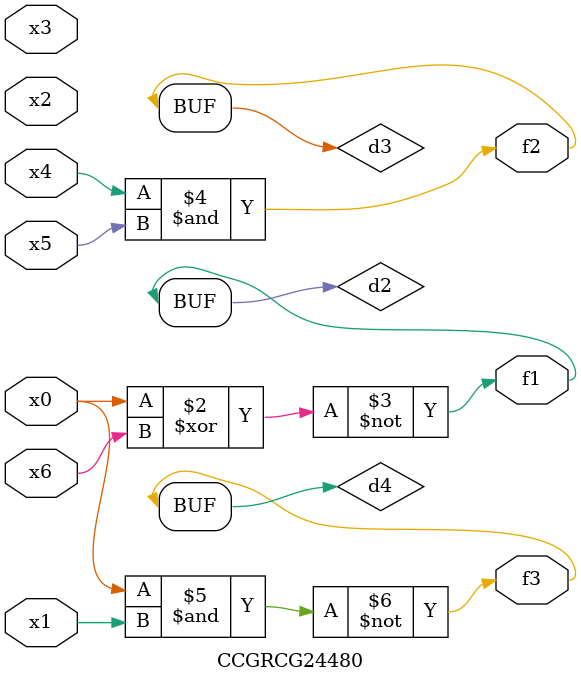
<source format=v>
module CCGRCG24480(
	input x0, x1, x2, x3, x4, x5, x6,
	output f1, f2, f3
);

	wire d1, d2, d3, d4;

	nor (d1, x0);
	xnor (d2, x0, x6);
	and (d3, x4, x5);
	nand (d4, x0, x1);
	assign f1 = d2;
	assign f2 = d3;
	assign f3 = d4;
endmodule

</source>
